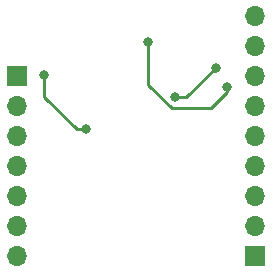
<source format=gbr>
%TF.GenerationSoftware,KiCad,Pcbnew,6.0.8-f2edbf62ab~116~ubuntu20.04.1*%
%TF.CreationDate,2022-10-17T17:20:23+03:00*%
%TF.ProjectId,nicla_sense,6e69636c-615f-4736-956e-73652e6b6963,rev?*%
%TF.SameCoordinates,Original*%
%TF.FileFunction,Copper,L2,Bot*%
%TF.FilePolarity,Positive*%
%FSLAX46Y46*%
G04 Gerber Fmt 4.6, Leading zero omitted, Abs format (unit mm)*
G04 Created by KiCad (PCBNEW 6.0.8-f2edbf62ab~116~ubuntu20.04.1) date 2022-10-17 17:20:23*
%MOMM*%
%LPD*%
G01*
G04 APERTURE LIST*
%TA.AperFunction,ComponentPad*%
%ADD10R,1.700000X1.700000*%
%TD*%
%TA.AperFunction,ComponentPad*%
%ADD11O,1.700000X1.700000*%
%TD*%
%TA.AperFunction,ViaPad*%
%ADD12C,0.800000*%
%TD*%
%TA.AperFunction,Conductor*%
%ADD13C,0.250000*%
%TD*%
G04 APERTURE END LIST*
D10*
%TO.P,J2,1,Pin_1*%
%TO.N,unconnected-(J2-Pad1)*%
X156180000Y-111080000D03*
D11*
%TO.P,J2,2,Pin_2*%
%TO.N,unconnected-(J2-Pad2)*%
X156180000Y-108540000D03*
%TO.P,J2,3,Pin_3*%
%TO.N,unconnected-(J2-Pad3)*%
X156180000Y-106000000D03*
%TO.P,J2,4,Pin_4*%
%TO.N,unconnected-(J2-Pad4)*%
X156180000Y-103460000D03*
%TO.P,J2,5,Pin_5*%
%TO.N,DIN*%
X156180000Y-100920000D03*
%TO.P,J2,6,Pin_6*%
%TO.N,GND*%
X156180000Y-98380000D03*
%TO.P,J2,7,Pin_7*%
%TO.N,unconnected-(J2-Pad7)*%
X156180000Y-95840000D03*
%TO.P,J2,8,Pin_8*%
%TO.N,unconnected-(J2-Pad8)*%
X156180000Y-93300000D03*
%TO.P,J2,9,Pin_9*%
%TO.N,+5V*%
X156180000Y-90760000D03*
%TD*%
D10*
%TO.P,J1,1,Pin_1*%
%TO.N,Net-(J1-Pad1)*%
X135950000Y-95830000D03*
D11*
%TO.P,J1,2,Pin_2*%
%TO.N,unconnected-(J1-Pad2)*%
X135950000Y-98370000D03*
%TO.P,J1,3,Pin_3*%
%TO.N,unconnected-(J1-Pad3)*%
X135950000Y-100910000D03*
%TO.P,J1,4,Pin_4*%
%TO.N,unconnected-(J1-Pad4)*%
X135950000Y-103450000D03*
%TO.P,J1,5,Pin_5*%
%TO.N,unconnected-(J1-Pad5)*%
X135950000Y-105990000D03*
%TO.P,J1,6,Pin_6*%
%TO.N,unconnected-(J1-Pad6)*%
X135950000Y-108530000D03*
%TO.P,J1,7,Pin_7*%
%TO.N,unconnected-(J1-Pad7)*%
X135950000Y-111070000D03*
%TD*%
D12*
%TO.N,GND*%
X149400000Y-97600000D03*
X152800000Y-95100000D03*
%TO.N,DIN*%
X147100000Y-92900000D03*
X153800000Y-96700000D03*
%TO.N,Net-(J1-Pad1)*%
X138310000Y-95750000D03*
X141850000Y-100330000D03*
%TD*%
D13*
%TO.N,GND*%
X150300000Y-97600000D02*
X149400000Y-97600000D01*
X152800000Y-95100000D02*
X150300000Y-97600000D01*
%TO.N,DIN*%
X149098000Y-98552000D02*
X147100000Y-96554000D01*
X147100000Y-96554000D02*
X147100000Y-92900000D01*
X153800000Y-96700000D02*
X153800000Y-97152000D01*
X153800000Y-97152000D02*
X152400000Y-98552000D01*
X152400000Y-98552000D02*
X149098000Y-98552000D01*
%TO.N,Net-(J1-Pad1)*%
X138310000Y-97560000D02*
X138310000Y-95750000D01*
X141850000Y-100330000D02*
X141080000Y-100330000D01*
X141080000Y-100330000D02*
X138310000Y-97560000D01*
%TD*%
M02*

</source>
